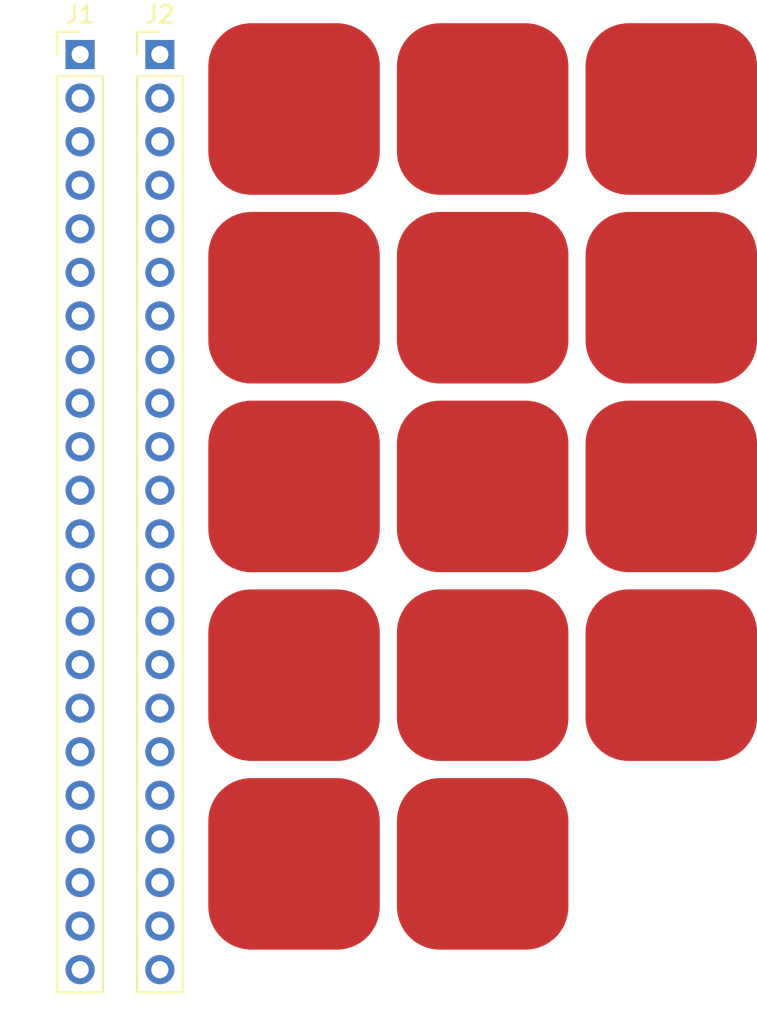
<source format=kicad_pcb>
(kicad_pcb (version 20240108) (generator "pcbnew") (generator_version "8.0")
  (layers (0 "F.Cu" signal) (31 "B.Cu" signal) (34 "B.Paste" user) (35 "F.Paste" user) (36 "B.SilkS" user "B.Silkscreen") (37 "F.SilkS" user "F.Silkscreen") (38 "B.Mask" user) (39 "F.Mask" user) (44 "Edge.Cuts" user))
  (net 0 "")
  (net 1 "TOUCH8")
  (net 2 "TOUCH12")
  (net 3 "TOUCH4")
  (net 5 "TOUCH5")
  (net 6 "+3V3")
  (net 7 "TOUCH10")
  (net 8 "TOUCH13")
  (net 10 "TOUCH11")
  (net 11 "TOUCH14")
  (net 12 "GND")
  (net 14 "TOUCH6")
  (net 15 "TOUCH7")
  (net 18 "TOUCH9")
  (net 21 "TOUCH3")
  (net 29 "TOUCH1")
  (net 36 "TOUCH2")
  (footprint "SparkFun-Switch:Pad-CapacitiveTouch" (layer "F.Cu") (at 146.4 82.51)
    (property "Reference" "J4")
    (property "Value" "Conn_01x01")
    (pad "1" smd roundrect (at 0 0) (size 10 10) (layers "F.Cu") (net 21 "TOUCH3"))
  )
  (footprint "SparkFun-Switch:Pad-CapacitiveTouch" (layer "F.Cu") (at 146.4 104.51)
    (property "Reference" "J6")
    (property "Value" "Conn_01x01")
    (pad "1" smd roundrect (at 0 0) (size 10 10) (layers "F.Cu") (net 14 "TOUCH6"))
  )
  (footprint "Connector_PinHeader_2.54mm:PinHeader_1x22_P2.54mm_Vertical" (layer "F.Cu") (at 138.575 68.335)
    (property "Reference" "J2" (at 0 -2.33 0) (layer "F.SilkS"))
    (property "Value" "Conn_01x22")
    (fp_line (start -1.33 -1.33) (end 0 -1.33) (stroke (width 0.12)) (layer "F.SilkS"))
    (fp_line (start -1.33 0) (end -1.33 -1.33) (stroke (width 0.12)) (layer "F.SilkS"))
    (fp_line (start -1.33 1.27) (end -1.33 54.67) (stroke (width 0.12)) (layer "F.SilkS"))
    (fp_line (start -1.33 1.27) (end 1.33 1.27) (stroke (width 0.12)) (layer "F.SilkS"))
    (fp_line (start -1.33 54.67) (end 1.33 54.67) (stroke (width 0.12)) (layer "F.SilkS"))
    (fp_line (start 1.33 1.27) (end 1.33 54.67) (stroke (width 0.12)) (layer "F.SilkS"))
    (pad "1" thru_hole rect (at 0 0) (size 1.7 1.7) (drill 1) (layers "*.Cu" "*.Mask") (net 12 "GND"))
    (pad "2" thru_hole oval (at 0 2.54) (size 1.7 1.7) (drill 1) (layers "*.Cu" "*.Mask"))
    (pad "3" thru_hole oval (at 0 5.08) (size 1.7 1.7) (drill 1) (layers "*.Cu" "*.Mask"))
    (pad "4" thru_hole oval (at 0 7.62) (size 1.7 1.7) (drill 1) (layers "*.Cu" "*.Mask") (net 29 "TOUCH1"))
    (pad "5" thru_hole oval (at 0 10.16) (size 1.7 1.7) (drill 1) (layers "*.Cu" "*.Mask") (net 36 "TOUCH2"))
    (pad "6" thru_hole oval (at 0 12.7) (size 1.7 1.7) (drill 1) (layers "*.Cu" "*.Mask"))
    (pad "7" thru_hole oval (at 0 15.24) (size 1.7 1.7) (drill 1) (layers "*.Cu" "*.Mask"))
    (pad "8" thru_hole oval (at 0 17.78) (size 1.7 1.7) (drill 1) (layers "*.Cu" "*.Mask"))
    (pad "9" thru_hole oval (at 0 20.32) (size 1.7 1.7) (drill 1) (layers "*.Cu" "*.Mask"))
    (pad "10" thru_hole oval (at 0 22.86) (size 1.7 1.7) (drill 1) (layers "*.Cu" "*.Mask"))
    (pad "11" thru_hole oval (at 0 25.4) (size 1.7 1.7) (drill 1) (layers "*.Cu" "*.Mask"))
    (pad "12" thru_hole oval (at 0 27.94) (size 1.7 1.7) (drill 1) (layers "*.Cu" "*.Mask"))
    (pad "13" thru_hole oval (at 0 30.48) (size 1.7 1.7) (drill 1) (layers "*.Cu" "*.Mask"))
    (pad "14" thru_hole oval (at 0 33.02) (size 1.7 1.7) (drill 1) (layers "*.Cu" "*.Mask"))
    (pad "15" thru_hole oval (at 0 35.56) (size 1.7 1.7) (drill 1) (layers "*.Cu" "*.Mask"))
    (pad "16" thru_hole oval (at 0 38.1) (size 1.7 1.7) (drill 1) (layers "*.Cu" "*.Mask"))
    (pad "17" thru_hole oval (at 0 40.64) (size 1.7 1.7) (drill 1) (layers "*.Cu" "*.Mask"))
    (pad "18" thru_hole oval (at 0 43.18) (size 1.7 1.7) (drill 1) (layers "*.Cu" "*.Mask"))
    (pad "19" thru_hole oval (at 0 45.72) (size 1.7 1.7) (drill 1) (layers "*.Cu" "*.Mask"))
    (pad "20" thru_hole oval (at 0 48.26) (size 1.7 1.7) (drill 1) (layers "*.Cu" "*.Mask"))
    (pad "21" thru_hole oval (at 0 50.8) (size 1.7 1.7) (drill 1) (layers "*.Cu" "*.Mask") (net 12 "GND"))
    (pad "22" thru_hole oval (at 0 53.34) (size 1.7 1.7) (drill 1) (layers "*.Cu" "*.Mask") (net 12 "GND"))
  )
  (footprint "SparkFun-Switch:Pad-CapacitiveTouch" (layer "F.Cu") (at 157.4 93.51)
    (property "Reference" "J10")
    (property "Value" "Conn_01x01")
    (pad "1" smd roundrect (at 0 0) (size 10 10) (layers "F.Cu") (net 36 "TOUCH2"))
  )
  (footprint "Connector_PinHeader_2.54mm:PinHeader_1x22_P2.54mm_Vertical" (layer "F.Cu") (at 133.925 68.335)
    (property "Reference" "J1" (at 0 -2.33 0) (layer "F.SilkS"))
    (property "Value" "Conn_01x22")
    (fp_line (start -1.33 -1.33) (end 0 -1.33) (stroke (width 0.12)) (layer "F.SilkS"))
    (fp_line (start -1.33 0) (end -1.33 -1.33) (stroke (width 0.12)) (layer "F.SilkS"))
    (fp_line (start -1.33 1.27) (end -1.33 54.67) (stroke (width 0.12)) (layer "F.SilkS"))
    (fp_line (start -1.33 1.27) (end 1.33 1.27) (stroke (width 0.12)) (layer "F.SilkS"))
    (fp_line (start -1.33 54.67) (end 1.33 54.67) (stroke (width 0.12)) (layer "F.SilkS"))
    (fp_line (start 1.33 1.27) (end 1.33 54.67) (stroke (width 0.12)) (layer "F.SilkS"))
    (pad "1" thru_hole rect (at 0 0) (size 1.7 1.7) (drill 1) (layers "*.Cu" "*.Mask") (net 6 "+3V3"))
    (pad "2" thru_hole oval (at 0 2.54) (size 1.7 1.7) (drill 1) (layers "*.Cu" "*.Mask") (net 6 "+3V3"))
    (pad "3" thru_hole oval (at 0 5.08) (size 1.7 1.7) (drill 1) (layers "*.Cu" "*.Mask"))
    (pad "4" thru_hole oval (at 0 7.62) (size 1.7 1.7) (drill 1) (layers "*.Cu" "*.Mask") (net 3 "TOUCH4"))
    (pad "5" thru_hole oval (at 0 10.16) (size 1.7 1.7) (drill 1) (layers "*.Cu" "*.Mask") (net 5 "TOUCH5"))
    (pad "6" thru_hole oval (at 0 12.7) (size 1.7 1.7) (drill 1) (layers "*.Cu" "*.Mask") (net 14 "TOUCH6"))
    (pad "7" thru_hole oval (at 0 15.24) (size 1.7 1.7) (drill 1) (layers "*.Cu" "*.Mask") (net 15 "TOUCH7"))
    (pad "8" thru_hole oval (at 0 17.78) (size 1.7 1.7) (drill 1) (layers "*.Cu" "*.Mask"))
    (pad "9" thru_hole oval (at 0 20.32) (size 1.7 1.7) (drill 1) (layers "*.Cu" "*.Mask"))
    (pad "10" thru_hole oval (at 0 22.86) (size 1.7 1.7) (drill 1) (layers "*.Cu" "*.Mask"))
    (pad "11" thru_hole oval (at 0 25.4) (size 1.7 1.7) (drill 1) (layers "*.Cu" "*.Mask"))
    (pad "12" thru_hole oval (at 0 27.94) (size 1.7 1.7) (drill 1) (layers "*.Cu" "*.Mask") (net 1 "TOUCH8"))
    (pad "13" thru_hole oval (at 0 30.48) (size 1.7 1.7) (drill 1) (layers "*.Cu" "*.Mask") (net 21 "TOUCH3"))
    (pad "14" thru_hole oval (at 0 33.02) (size 1.7 1.7) (drill 1) (layers "*.Cu" "*.Mask"))
    (pad "15" thru_hole oval (at 0 35.56) (size 1.7 1.7) (drill 1) (layers "*.Cu" "*.Mask") (net 18 "TOUCH9"))
    (pad "16" thru_hole oval (at 0 38.1) (size 1.7 1.7) (drill 1) (layers "*.Cu" "*.Mask") (net 7 "TOUCH10"))
    (pad "17" thru_hole oval (at 0 40.64) (size 1.7 1.7) (drill 1) (layers "*.Cu" "*.Mask") (net 10 "TOUCH11"))
    (pad "18" thru_hole oval (at 0 43.18) (size 1.7 1.7) (drill 1) (layers "*.Cu" "*.Mask") (net 2 "TOUCH12"))
    (pad "19" thru_hole oval (at 0 45.72) (size 1.7 1.7) (drill 1) (layers "*.Cu" "*.Mask") (net 8 "TOUCH13"))
    (pad "20" thru_hole oval (at 0 48.26) (size 1.7 1.7) (drill 1) (layers "*.Cu" "*.Mask") (net 11 "TOUCH14"))
    (pad "21" thru_hole oval (at 0 50.8) (size 1.7 1.7) (drill 1) (layers "*.Cu" "*.Mask"))
    (pad "22" thru_hole oval (at 0 53.34) (size 1.7 1.7) (drill 1) (layers "*.Cu" "*.Mask") (net 12 "GND"))
  )
  (footprint "SparkFun-Switch:Pad-CapacitiveTouch" (layer "F.Cu") (at 168.4 104.51)
    (property "Reference" "J16")
    (property "Value" "Conn_01x01")
    (pad "1" smd roundrect (at 0 0) (size 10 10) (layers "F.Cu") (net 8 "TOUCH13"))
  )
  (footprint "SparkFun-Switch:Pad-CapacitiveTouch" (layer "F.Cu") (at 157.4 104.51)
    (property "Reference" "J11")
    (property "Value" "Conn_01x01")
    (pad "1" smd roundrect (at 0 0) (size 10 10) (layers "F.Cu") (net 3 "TOUCH4"))
  )
  (footprint "SparkFun-Switch:Pad-CapacitiveTouch" (layer "F.Cu") (at 168.4 93.51)
    (property "Reference" "J15")
    (property "Value" "Conn_01x01")
    (pad "1" smd roundrect (at 0 0) (size 10 10) (layers "F.Cu") (net 11 "TOUCH14"))
  )
  (footprint "SparkFun-Switch:Pad-CapacitiveTouch" (layer "F.Cu") (at 146.4 115.51)
    (property "Reference" "J7")
    (property "Value" "Conn_01x01")
    (pad "1" smd roundrect (at 0 0) (size 10 10) (layers "F.Cu") (net 1 "TOUCH8"))
  )
  (footprint "SparkFun-Switch:Pad-CapacitiveTouch" (layer "F.Cu") (at 168.4 82.51)
    (property "Reference" "J14")
    (property "Value" "Conn_01x01")
    (pad "1" smd roundrect (at 0 0) (size 10 10) (layers "F.Cu") (net 10 "TOUCH11"))
  )
  (footprint "SparkFun-Switch:Pad-CapacitiveTouch" (layer "F.Cu") (at 157.4 71.51)
    (property "Reference" "J8")
    (property "Value" "Conn_01x01")
    (pad "1" smd roundrect (at 0 0) (size 10 10) (layers "F.Cu") (net 7 "TOUCH10"))
  )
  (footprint "SparkFun-Switch:Pad-CapacitiveTouch" (layer "F.Cu") (at 146.4 93.51)
    (property "Reference" "J5")
    (property "Value" "Conn_01x01")
    (pad "1" smd roundrect (at 0 0) (size 10 10) (layers "F.Cu") (net 5 "TOUCH5"))
  )
  (footprint "SparkFun-Switch:Pad-CapacitiveTouch" (layer "F.Cu") (at 157.4 82.51)
    (property "Reference" "J9")
    (property "Value" "Conn_01x01")
    (pad "1" smd roundrect (at 0 0) (size 10 10) (layers "F.Cu") (net 2 "TOUCH12"))
  )
  (footprint "SparkFun-Switch:Pad-CapacitiveTouch" (layer "F.Cu") (at 168.4 71.51)
    (property "Reference" "J13")
    (property "Value" "Conn_01x01")
    (pad "1" smd roundrect (at 0 0) (size 10 10) (layers "F.Cu") (net 18 "TOUCH9"))
  )
  (footprint "SparkFun-Switch:Pad-CapacitiveTouch" (layer "F.Cu") (at 157.4 115.51)
    (property "Reference" "J12")
    (property "Value" "Conn_01x01")
    (pad "1" smd roundrect (at 0 0) (size 10 10) (layers "F.Cu") (net 15 "TOUCH7"))
  )
  (footprint "SparkFun-Switch:Pad-CapacitiveTouch" (layer "F.Cu") (at 146.4 71.51)
    (property "Reference" "J3")
    (property "Value" "Conn_01x01")
    (pad "1" smd roundrect (at 0 0) (size 10 10) (layers "F.Cu") (net 29 "TOUCH1"))
  )
)
</source>
